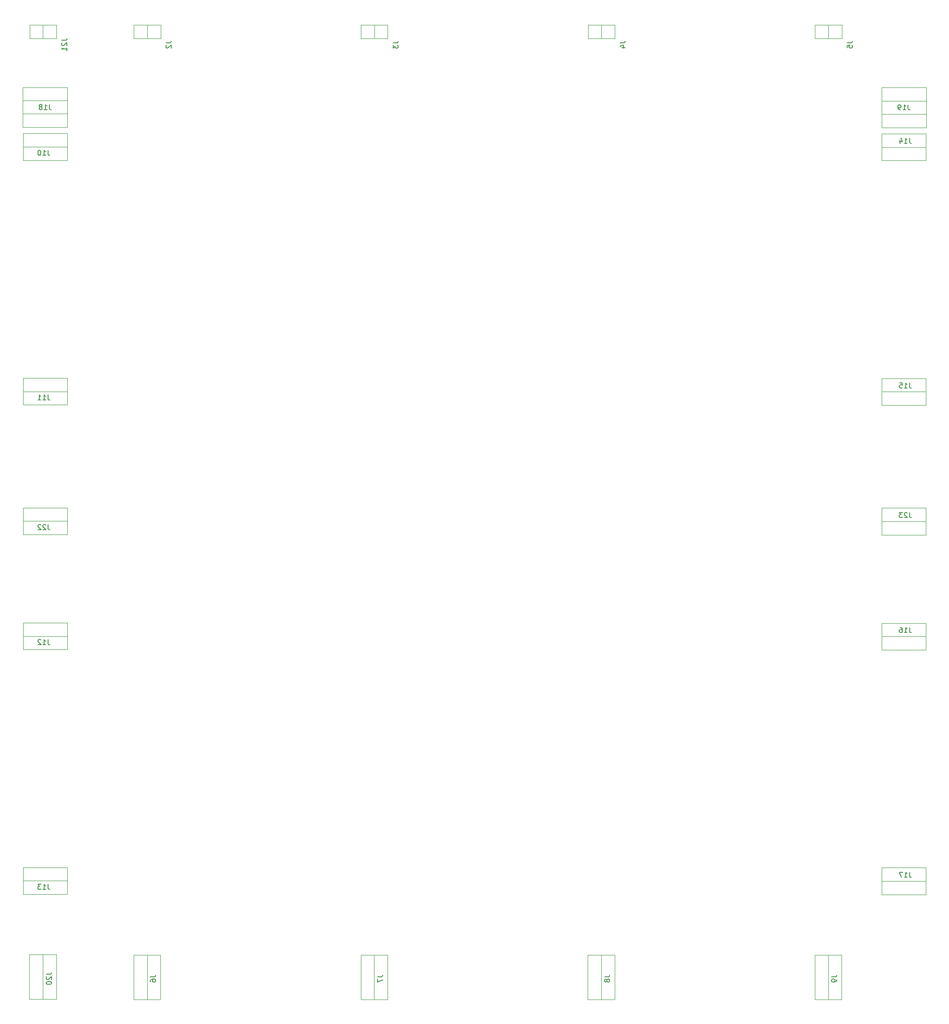
<source format=gbr>
%TF.GenerationSoftware,KiCad,Pcbnew,(6.0.7-1)-1*%
%TF.CreationDate,2022-12-02T15:51:39+01:00*%
%TF.ProjectId,8x8,3878382e-6b69-4636-9164-5f7063625858,rev?*%
%TF.SameCoordinates,Original*%
%TF.FileFunction,Legend,Bot*%
%TF.FilePolarity,Positive*%
%FSLAX46Y46*%
G04 Gerber Fmt 4.6, Leading zero omitted, Abs format (unit mm)*
G04 Created by KiCad (PCBNEW (6.0.7-1)-1) date 2022-12-02 15:51:39*
%MOMM*%
%LPD*%
G01*
G04 APERTURE LIST*
%ADD10C,0.150000*%
%ADD11C,0.120000*%
G04 APERTURE END LIST*
D10*
%TO.C,J7*%
X86202380Y-214246666D02*
X86916666Y-214246666D01*
X87059523Y-214199047D01*
X87154761Y-214103809D01*
X87202380Y-213960952D01*
X87202380Y-213865714D01*
X86202380Y-214627619D02*
X86202380Y-215294285D01*
X87202380Y-214865714D01*
%TO.C,J5*%
X177212380Y-33316666D02*
X177926666Y-33316666D01*
X178069523Y-33269047D01*
X178164761Y-33173809D01*
X178212380Y-33030952D01*
X178212380Y-32935714D01*
X177212380Y-34269047D02*
X177212380Y-33792857D01*
X177688571Y-33745238D01*
X177640952Y-33792857D01*
X177593333Y-33888095D01*
X177593333Y-34126190D01*
X177640952Y-34221428D01*
X177688571Y-34269047D01*
X177783809Y-34316666D01*
X178021904Y-34316666D01*
X178117142Y-34269047D01*
X178164761Y-34221428D01*
X178212380Y-34126190D01*
X178212380Y-33888095D01*
X178164761Y-33792857D01*
X178117142Y-33745238D01*
%TO.C,J8*%
X130202380Y-214246666D02*
X130916666Y-214246666D01*
X131059523Y-214199047D01*
X131154761Y-214103809D01*
X131202380Y-213960952D01*
X131202380Y-213865714D01*
X130630952Y-214865714D02*
X130583333Y-214770476D01*
X130535714Y-214722857D01*
X130440476Y-214675238D01*
X130392857Y-214675238D01*
X130297619Y-214722857D01*
X130250000Y-214770476D01*
X130202380Y-214865714D01*
X130202380Y-215056190D01*
X130250000Y-215151428D01*
X130297619Y-215199047D01*
X130392857Y-215246666D01*
X130440476Y-215246666D01*
X130535714Y-215199047D01*
X130583333Y-215151428D01*
X130630952Y-215056190D01*
X130630952Y-214865714D01*
X130678571Y-214770476D01*
X130726190Y-214722857D01*
X130821428Y-214675238D01*
X131011904Y-214675238D01*
X131107142Y-214722857D01*
X131154761Y-214770476D01*
X131202380Y-214865714D01*
X131202380Y-215056190D01*
X131154761Y-215151428D01*
X131107142Y-215199047D01*
X131011904Y-215246666D01*
X130821428Y-215246666D01*
X130726190Y-215199047D01*
X130678571Y-215151428D01*
X130630952Y-215056190D01*
%TO.C,J19*%
X189019523Y-45297380D02*
X189019523Y-46011666D01*
X189067142Y-46154523D01*
X189162380Y-46249761D01*
X189305238Y-46297380D01*
X189400476Y-46297380D01*
X188019523Y-46297380D02*
X188590952Y-46297380D01*
X188305238Y-46297380D02*
X188305238Y-45297380D01*
X188400476Y-45440238D01*
X188495714Y-45535476D01*
X188590952Y-45583095D01*
X187543333Y-46297380D02*
X187352857Y-46297380D01*
X187257619Y-46249761D01*
X187210000Y-46202142D01*
X187114761Y-46059285D01*
X187067142Y-45868809D01*
X187067142Y-45487857D01*
X187114761Y-45392619D01*
X187162380Y-45345000D01*
X187257619Y-45297380D01*
X187448095Y-45297380D01*
X187543333Y-45345000D01*
X187590952Y-45392619D01*
X187638571Y-45487857D01*
X187638571Y-45725952D01*
X187590952Y-45821190D01*
X187543333Y-45868809D01*
X187448095Y-45916428D01*
X187257619Y-45916428D01*
X187162380Y-45868809D01*
X187114761Y-45821190D01*
X187067142Y-45725952D01*
%TO.C,J23*%
X189289523Y-124282380D02*
X189289523Y-124996666D01*
X189337142Y-125139523D01*
X189432380Y-125234761D01*
X189575238Y-125282380D01*
X189670476Y-125282380D01*
X188860952Y-124377619D02*
X188813333Y-124330000D01*
X188718095Y-124282380D01*
X188480000Y-124282380D01*
X188384761Y-124330000D01*
X188337142Y-124377619D01*
X188289523Y-124472857D01*
X188289523Y-124568095D01*
X188337142Y-124710952D01*
X188908571Y-125282380D01*
X188289523Y-125282380D01*
X187956190Y-124282380D02*
X187337142Y-124282380D01*
X187670476Y-124663333D01*
X187527619Y-124663333D01*
X187432380Y-124710952D01*
X187384761Y-124758571D01*
X187337142Y-124853809D01*
X187337142Y-125091904D01*
X187384761Y-125187142D01*
X187432380Y-125234761D01*
X187527619Y-125282380D01*
X187813333Y-125282380D01*
X187908571Y-125234761D01*
X187956190Y-125187142D01*
%TO.C,J15*%
X189289523Y-99162380D02*
X189289523Y-99876666D01*
X189337142Y-100019523D01*
X189432380Y-100114761D01*
X189575238Y-100162380D01*
X189670476Y-100162380D01*
X188289523Y-100162380D02*
X188860952Y-100162380D01*
X188575238Y-100162380D02*
X188575238Y-99162380D01*
X188670476Y-99305238D01*
X188765714Y-99400476D01*
X188860952Y-99448095D01*
X187384761Y-99162380D02*
X187860952Y-99162380D01*
X187908571Y-99638571D01*
X187860952Y-99590952D01*
X187765714Y-99543333D01*
X187527619Y-99543333D01*
X187432380Y-99590952D01*
X187384761Y-99638571D01*
X187337142Y-99733809D01*
X187337142Y-99971904D01*
X187384761Y-100067142D01*
X187432380Y-100114761D01*
X187527619Y-100162380D01*
X187765714Y-100162380D01*
X187860952Y-100114761D01*
X187908571Y-100067142D01*
%TO.C,J4*%
X133212380Y-33316666D02*
X133926666Y-33316666D01*
X134069523Y-33269047D01*
X134164761Y-33173809D01*
X134212380Y-33030952D01*
X134212380Y-32935714D01*
X133545714Y-34221428D02*
X134212380Y-34221428D01*
X133164761Y-33983333D02*
X133879047Y-33745238D01*
X133879047Y-34364285D01*
%TO.C,J21*%
X25012380Y-32840476D02*
X25726666Y-32840476D01*
X25869523Y-32792857D01*
X25964761Y-32697619D01*
X26012380Y-32554761D01*
X26012380Y-32459523D01*
X25107619Y-33269047D02*
X25060000Y-33316666D01*
X25012380Y-33411904D01*
X25012380Y-33650000D01*
X25060000Y-33745238D01*
X25107619Y-33792857D01*
X25202857Y-33840476D01*
X25298095Y-33840476D01*
X25440952Y-33792857D01*
X26012380Y-33221428D01*
X26012380Y-33840476D01*
X26012380Y-34792857D02*
X26012380Y-34221428D01*
X26012380Y-34507142D02*
X25012380Y-34507142D01*
X25155238Y-34411904D01*
X25250476Y-34316666D01*
X25298095Y-34221428D01*
%TO.C,J10*%
X22329523Y-54102380D02*
X22329523Y-54816666D01*
X22377142Y-54959523D01*
X22472380Y-55054761D01*
X22615238Y-55102380D01*
X22710476Y-55102380D01*
X21329523Y-55102380D02*
X21900952Y-55102380D01*
X21615238Y-55102380D02*
X21615238Y-54102380D01*
X21710476Y-54245238D01*
X21805714Y-54340476D01*
X21900952Y-54388095D01*
X20710476Y-54102380D02*
X20615238Y-54102380D01*
X20520000Y-54150000D01*
X20472380Y-54197619D01*
X20424761Y-54292857D01*
X20377142Y-54483333D01*
X20377142Y-54721428D01*
X20424761Y-54911904D01*
X20472380Y-55007142D01*
X20520000Y-55054761D01*
X20615238Y-55102380D01*
X20710476Y-55102380D01*
X20805714Y-55054761D01*
X20853333Y-55007142D01*
X20900952Y-54911904D01*
X20948571Y-54721428D01*
X20948571Y-54483333D01*
X20900952Y-54292857D01*
X20853333Y-54197619D01*
X20805714Y-54150000D01*
X20710476Y-54102380D01*
%TO.C,J2*%
X45212380Y-33316666D02*
X45926666Y-33316666D01*
X46069523Y-33269047D01*
X46164761Y-33173809D01*
X46212380Y-33030952D01*
X46212380Y-32935714D01*
X45307619Y-33745238D02*
X45260000Y-33792857D01*
X45212380Y-33888095D01*
X45212380Y-34126190D01*
X45260000Y-34221428D01*
X45307619Y-34269047D01*
X45402857Y-34316666D01*
X45498095Y-34316666D01*
X45640952Y-34269047D01*
X46212380Y-33697619D01*
X46212380Y-34316666D01*
%TO.C,J16*%
X189289523Y-146562380D02*
X189289523Y-147276666D01*
X189337142Y-147419523D01*
X189432380Y-147514761D01*
X189575238Y-147562380D01*
X189670476Y-147562380D01*
X188289523Y-147562380D02*
X188860952Y-147562380D01*
X188575238Y-147562380D02*
X188575238Y-146562380D01*
X188670476Y-146705238D01*
X188765714Y-146800476D01*
X188860952Y-146848095D01*
X187432380Y-146562380D02*
X187622857Y-146562380D01*
X187718095Y-146610000D01*
X187765714Y-146657619D01*
X187860952Y-146800476D01*
X187908571Y-146990952D01*
X187908571Y-147371904D01*
X187860952Y-147467142D01*
X187813333Y-147514761D01*
X187718095Y-147562380D01*
X187527619Y-147562380D01*
X187432380Y-147514761D01*
X187384761Y-147467142D01*
X187337142Y-147371904D01*
X187337142Y-147133809D01*
X187384761Y-147038571D01*
X187432380Y-146990952D01*
X187527619Y-146943333D01*
X187718095Y-146943333D01*
X187813333Y-146990952D01*
X187860952Y-147038571D01*
X187908571Y-147133809D01*
%TO.C,J11*%
X22329523Y-101502380D02*
X22329523Y-102216666D01*
X22377142Y-102359523D01*
X22472380Y-102454761D01*
X22615238Y-102502380D01*
X22710476Y-102502380D01*
X21329523Y-102502380D02*
X21900952Y-102502380D01*
X21615238Y-102502380D02*
X21615238Y-101502380D01*
X21710476Y-101645238D01*
X21805714Y-101740476D01*
X21900952Y-101788095D01*
X20377142Y-102502380D02*
X20948571Y-102502380D01*
X20662857Y-102502380D02*
X20662857Y-101502380D01*
X20758095Y-101645238D01*
X20853333Y-101740476D01*
X20948571Y-101788095D01*
%TO.C,J6*%
X42202380Y-214246666D02*
X42916666Y-214246666D01*
X43059523Y-214199047D01*
X43154761Y-214103809D01*
X43202380Y-213960952D01*
X43202380Y-213865714D01*
X42202380Y-215151428D02*
X42202380Y-214960952D01*
X42250000Y-214865714D01*
X42297619Y-214818095D01*
X42440476Y-214722857D01*
X42630952Y-214675238D01*
X43011904Y-214675238D01*
X43107142Y-214722857D01*
X43154761Y-214770476D01*
X43202380Y-214865714D01*
X43202380Y-215056190D01*
X43154761Y-215151428D01*
X43107142Y-215199047D01*
X43011904Y-215246666D01*
X42773809Y-215246666D01*
X42678571Y-215199047D01*
X42630952Y-215151428D01*
X42583333Y-215056190D01*
X42583333Y-214865714D01*
X42630952Y-214770476D01*
X42678571Y-214722857D01*
X42773809Y-214675238D01*
%TO.C,J22*%
X22329523Y-126622380D02*
X22329523Y-127336666D01*
X22377142Y-127479523D01*
X22472380Y-127574761D01*
X22615238Y-127622380D01*
X22710476Y-127622380D01*
X21900952Y-126717619D02*
X21853333Y-126670000D01*
X21758095Y-126622380D01*
X21520000Y-126622380D01*
X21424761Y-126670000D01*
X21377142Y-126717619D01*
X21329523Y-126812857D01*
X21329523Y-126908095D01*
X21377142Y-127050952D01*
X21948571Y-127622380D01*
X21329523Y-127622380D01*
X20948571Y-126717619D02*
X20900952Y-126670000D01*
X20805714Y-126622380D01*
X20567619Y-126622380D01*
X20472380Y-126670000D01*
X20424761Y-126717619D01*
X20377142Y-126812857D01*
X20377142Y-126908095D01*
X20424761Y-127050952D01*
X20996190Y-127622380D01*
X20377142Y-127622380D01*
%TO.C,J17*%
X189289523Y-193962380D02*
X189289523Y-194676666D01*
X189337142Y-194819523D01*
X189432380Y-194914761D01*
X189575238Y-194962380D01*
X189670476Y-194962380D01*
X188289523Y-194962380D02*
X188860952Y-194962380D01*
X188575238Y-194962380D02*
X188575238Y-193962380D01*
X188670476Y-194105238D01*
X188765714Y-194200476D01*
X188860952Y-194248095D01*
X187956190Y-193962380D02*
X187289523Y-193962380D01*
X187718095Y-194962380D01*
%TO.C,J18*%
X22599523Y-45237380D02*
X22599523Y-45951666D01*
X22647142Y-46094523D01*
X22742380Y-46189761D01*
X22885238Y-46237380D01*
X22980476Y-46237380D01*
X21599523Y-46237380D02*
X22170952Y-46237380D01*
X21885238Y-46237380D02*
X21885238Y-45237380D01*
X21980476Y-45380238D01*
X22075714Y-45475476D01*
X22170952Y-45523095D01*
X21028095Y-45665952D02*
X21123333Y-45618333D01*
X21170952Y-45570714D01*
X21218571Y-45475476D01*
X21218571Y-45427857D01*
X21170952Y-45332619D01*
X21123333Y-45285000D01*
X21028095Y-45237380D01*
X20837619Y-45237380D01*
X20742380Y-45285000D01*
X20694761Y-45332619D01*
X20647142Y-45427857D01*
X20647142Y-45475476D01*
X20694761Y-45570714D01*
X20742380Y-45618333D01*
X20837619Y-45665952D01*
X21028095Y-45665952D01*
X21123333Y-45713571D01*
X21170952Y-45761190D01*
X21218571Y-45856428D01*
X21218571Y-46046904D01*
X21170952Y-46142142D01*
X21123333Y-46189761D01*
X21028095Y-46237380D01*
X20837619Y-46237380D01*
X20742380Y-46189761D01*
X20694761Y-46142142D01*
X20647142Y-46046904D01*
X20647142Y-45856428D01*
X20694761Y-45761190D01*
X20742380Y-45713571D01*
X20837619Y-45665952D01*
%TO.C,J3*%
X89212380Y-33316666D02*
X89926666Y-33316666D01*
X90069523Y-33269047D01*
X90164761Y-33173809D01*
X90212380Y-33030952D01*
X90212380Y-32935714D01*
X89212380Y-33697619D02*
X89212380Y-34316666D01*
X89593333Y-33983333D01*
X89593333Y-34126190D01*
X89640952Y-34221428D01*
X89688571Y-34269047D01*
X89783809Y-34316666D01*
X90021904Y-34316666D01*
X90117142Y-34269047D01*
X90164761Y-34221428D01*
X90212380Y-34126190D01*
X90212380Y-33840476D01*
X90164761Y-33745238D01*
X90117142Y-33697619D01*
%TO.C,J12*%
X22329523Y-148902380D02*
X22329523Y-149616666D01*
X22377142Y-149759523D01*
X22472380Y-149854761D01*
X22615238Y-149902380D01*
X22710476Y-149902380D01*
X21329523Y-149902380D02*
X21900952Y-149902380D01*
X21615238Y-149902380D02*
X21615238Y-148902380D01*
X21710476Y-149045238D01*
X21805714Y-149140476D01*
X21900952Y-149188095D01*
X20948571Y-148997619D02*
X20900952Y-148950000D01*
X20805714Y-148902380D01*
X20567619Y-148902380D01*
X20472380Y-148950000D01*
X20424761Y-148997619D01*
X20377142Y-149092857D01*
X20377142Y-149188095D01*
X20424761Y-149330952D01*
X20996190Y-149902380D01*
X20377142Y-149902380D01*
%TO.C,J9*%
X174202380Y-214246666D02*
X174916666Y-214246666D01*
X175059523Y-214199047D01*
X175154761Y-214103809D01*
X175202380Y-213960952D01*
X175202380Y-213865714D01*
X175202380Y-214770476D02*
X175202380Y-214960952D01*
X175154761Y-215056190D01*
X175107142Y-215103809D01*
X174964285Y-215199047D01*
X174773809Y-215246666D01*
X174392857Y-215246666D01*
X174297619Y-215199047D01*
X174250000Y-215151428D01*
X174202380Y-215056190D01*
X174202380Y-214865714D01*
X174250000Y-214770476D01*
X174297619Y-214722857D01*
X174392857Y-214675238D01*
X174630952Y-214675238D01*
X174726190Y-214722857D01*
X174773809Y-214770476D01*
X174821428Y-214865714D01*
X174821428Y-215056190D01*
X174773809Y-215151428D01*
X174726190Y-215199047D01*
X174630952Y-215246666D01*
%TO.C,J14*%
X189289523Y-51762380D02*
X189289523Y-52476666D01*
X189337142Y-52619523D01*
X189432380Y-52714761D01*
X189575238Y-52762380D01*
X189670476Y-52762380D01*
X188289523Y-52762380D02*
X188860952Y-52762380D01*
X188575238Y-52762380D02*
X188575238Y-51762380D01*
X188670476Y-51905238D01*
X188765714Y-52000476D01*
X188860952Y-52048095D01*
X187432380Y-52095714D02*
X187432380Y-52762380D01*
X187670476Y-51714761D02*
X187908571Y-52429047D01*
X187289523Y-52429047D01*
%TO.C,J13*%
X22329523Y-196302380D02*
X22329523Y-197016666D01*
X22377142Y-197159523D01*
X22472380Y-197254761D01*
X22615238Y-197302380D01*
X22710476Y-197302380D01*
X21329523Y-197302380D02*
X21900952Y-197302380D01*
X21615238Y-197302380D02*
X21615238Y-196302380D01*
X21710476Y-196445238D01*
X21805714Y-196540476D01*
X21900952Y-196588095D01*
X20996190Y-196302380D02*
X20377142Y-196302380D01*
X20710476Y-196683333D01*
X20567619Y-196683333D01*
X20472380Y-196730952D01*
X20424761Y-196778571D01*
X20377142Y-196873809D01*
X20377142Y-197111904D01*
X20424761Y-197207142D01*
X20472380Y-197254761D01*
X20567619Y-197302380D01*
X20853333Y-197302380D01*
X20948571Y-197254761D01*
X20996190Y-197207142D01*
%TO.C,J20*%
X22002380Y-213760476D02*
X22716666Y-213760476D01*
X22859523Y-213712857D01*
X22954761Y-213617619D01*
X23002380Y-213474761D01*
X23002380Y-213379523D01*
X22097619Y-214189047D02*
X22050000Y-214236666D01*
X22002380Y-214331904D01*
X22002380Y-214570000D01*
X22050000Y-214665238D01*
X22097619Y-214712857D01*
X22192857Y-214760476D01*
X22288095Y-214760476D01*
X22430952Y-214712857D01*
X23002380Y-214141428D01*
X23002380Y-214760476D01*
X22002380Y-215379523D02*
X22002380Y-215474761D01*
X22050000Y-215570000D01*
X22097619Y-215617619D01*
X22192857Y-215665238D01*
X22383333Y-215712857D01*
X22621428Y-215712857D01*
X22811904Y-215665238D01*
X22907142Y-215617619D01*
X22954761Y-215570000D01*
X23002380Y-215474761D01*
X23002380Y-215379523D01*
X22954761Y-215284285D01*
X22907142Y-215236666D01*
X22811904Y-215189047D01*
X22621428Y-215141428D01*
X22383333Y-215141428D01*
X22192857Y-215189047D01*
X22097619Y-215236666D01*
X22050000Y-215284285D01*
X22002380Y-215379523D01*
D11*
%TO.C,J7*%
X88150000Y-209970000D02*
X82950000Y-209970000D01*
X82950000Y-218600000D02*
X82950000Y-209970000D01*
X88150000Y-218600000D02*
X82950000Y-218600000D01*
X85550000Y-218600000D02*
X85550000Y-209970000D01*
X88150000Y-218600000D02*
X88150000Y-209970000D01*
%TO.C,J5*%
X176180000Y-29810000D02*
X176180000Y-32470000D01*
X170980000Y-32470000D02*
X170980000Y-29810000D01*
X170980000Y-29810000D02*
X176180000Y-29810000D01*
X176180000Y-32470000D02*
X170980000Y-32470000D01*
X173580000Y-32470000D02*
X173580000Y-29810000D01*
%TO.C,J8*%
X132150000Y-218600000D02*
X126950000Y-218600000D01*
X129550000Y-218600000D02*
X129550000Y-209970000D01*
X132150000Y-218600000D02*
X132150000Y-209970000D01*
X132150000Y-209970000D02*
X126950000Y-209970000D01*
X126950000Y-218600000D02*
X126950000Y-209970000D01*
%TO.C,J19*%
X192510000Y-41985000D02*
X192510000Y-49725000D01*
X192510000Y-41985000D02*
X183880000Y-41985000D01*
X183880000Y-41985000D02*
X183880000Y-49725000D01*
X192510000Y-49725000D02*
X183880000Y-49725000D01*
X192510000Y-44585000D02*
X183880000Y-44585000D01*
X192510000Y-47125000D02*
X183880000Y-47125000D01*
%TO.C,J23*%
X192500000Y-126030000D02*
X183870000Y-126030000D01*
X192500000Y-123430000D02*
X183870000Y-123430000D01*
X183870000Y-123430000D02*
X183870000Y-128630000D01*
X192500000Y-123430000D02*
X192500000Y-128630000D01*
X192500000Y-128630000D02*
X183870000Y-128630000D01*
%TO.C,J15*%
X192500000Y-98310000D02*
X192500000Y-103510000D01*
X183870000Y-98310000D02*
X183870000Y-103510000D01*
X192500000Y-98310000D02*
X183870000Y-98310000D01*
X192500000Y-100910000D02*
X183870000Y-100910000D01*
X192500000Y-103510000D02*
X183870000Y-103510000D01*
%TO.C,J4*%
X132180000Y-32470000D02*
X126980000Y-32470000D01*
X126980000Y-29810000D02*
X132180000Y-29810000D01*
X126980000Y-32470000D02*
X126980000Y-29810000D01*
X132180000Y-29810000D02*
X132180000Y-32470000D01*
X129580000Y-32470000D02*
X129580000Y-29810000D01*
%TO.C,J21*%
X21380000Y-32470000D02*
X21380000Y-29810000D01*
X23980000Y-29810000D02*
X23980000Y-32470000D01*
X18780000Y-32470000D02*
X18780000Y-29810000D01*
X18780000Y-29810000D02*
X23980000Y-29810000D01*
X23980000Y-32470000D02*
X18780000Y-32470000D01*
%TO.C,J10*%
X17500000Y-56050000D02*
X26130000Y-56050000D01*
X17500000Y-56050000D02*
X17500000Y-50850000D01*
X26130000Y-56050000D02*
X26130000Y-50850000D01*
X17500000Y-53450000D02*
X26130000Y-53450000D01*
X17500000Y-50850000D02*
X26130000Y-50850000D01*
%TO.C,J2*%
X41580000Y-32470000D02*
X41580000Y-29810000D01*
X44180000Y-32470000D02*
X38980000Y-32470000D01*
X44180000Y-29810000D02*
X44180000Y-32470000D01*
X38980000Y-29810000D02*
X44180000Y-29810000D01*
X38980000Y-32470000D02*
X38980000Y-29810000D01*
%TO.C,J16*%
X192500000Y-145710000D02*
X192500000Y-150910000D01*
X192500000Y-148310000D02*
X183870000Y-148310000D01*
X192500000Y-150910000D02*
X183870000Y-150910000D01*
X192500000Y-145710000D02*
X183870000Y-145710000D01*
X183870000Y-145710000D02*
X183870000Y-150910000D01*
%TO.C,J11*%
X17500000Y-98250000D02*
X26130000Y-98250000D01*
X17500000Y-103450000D02*
X17500000Y-98250000D01*
X17500000Y-100850000D02*
X26130000Y-100850000D01*
X26130000Y-103450000D02*
X26130000Y-98250000D01*
X17500000Y-103450000D02*
X26130000Y-103450000D01*
%TO.C,J6*%
X44150000Y-218600000D02*
X38950000Y-218600000D01*
X41550000Y-218600000D02*
X41550000Y-209970000D01*
X38950000Y-218600000D02*
X38950000Y-209970000D01*
X44150000Y-218600000D02*
X44150000Y-209970000D01*
X44150000Y-209970000D02*
X38950000Y-209970000D01*
%TO.C,J22*%
X17500000Y-128570000D02*
X17500000Y-123370000D01*
X17500000Y-125970000D02*
X26130000Y-125970000D01*
X17500000Y-128570000D02*
X26130000Y-128570000D01*
X26130000Y-128570000D02*
X26130000Y-123370000D01*
X17500000Y-123370000D02*
X26130000Y-123370000D01*
%TO.C,J17*%
X192500000Y-198310000D02*
X183870000Y-198310000D01*
X192500000Y-193110000D02*
X192500000Y-198310000D01*
X183870000Y-193110000D02*
X183870000Y-198310000D01*
X192500000Y-193110000D02*
X183870000Y-193110000D01*
X192500000Y-195710000D02*
X183870000Y-195710000D01*
%TO.C,J18*%
X17490000Y-41905000D02*
X26120000Y-41905000D01*
X17490000Y-49645000D02*
X17490000Y-41905000D01*
X17490000Y-47045000D02*
X26120000Y-47045000D01*
X17490000Y-49645000D02*
X26120000Y-49645000D01*
X26120000Y-49645000D02*
X26120000Y-41905000D01*
X17490000Y-44505000D02*
X26120000Y-44505000D01*
%TO.C,J3*%
X82980000Y-32470000D02*
X82980000Y-29810000D01*
X88180000Y-32470000D02*
X82980000Y-32470000D01*
X85580000Y-32470000D02*
X85580000Y-29810000D01*
X82980000Y-29810000D02*
X88180000Y-29810000D01*
X88180000Y-29810000D02*
X88180000Y-32470000D01*
%TO.C,J12*%
X17500000Y-150850000D02*
X17500000Y-145650000D01*
X17500000Y-145650000D02*
X26130000Y-145650000D01*
X26130000Y-150850000D02*
X26130000Y-145650000D01*
X17500000Y-150850000D02*
X26130000Y-150850000D01*
X17500000Y-148250000D02*
X26130000Y-148250000D01*
%TO.C,J9*%
X170950000Y-218600000D02*
X170950000Y-209970000D01*
X176150000Y-209970000D02*
X170950000Y-209970000D01*
X173550000Y-218600000D02*
X173550000Y-209970000D01*
X176150000Y-218600000D02*
X170950000Y-218600000D01*
X176150000Y-218600000D02*
X176150000Y-209970000D01*
%TO.C,J14*%
X192500000Y-53510000D02*
X183870000Y-53510000D01*
X192500000Y-56110000D02*
X183870000Y-56110000D01*
X183870000Y-50910000D02*
X183870000Y-56110000D01*
X192500000Y-50910000D02*
X183870000Y-50910000D01*
X192500000Y-50910000D02*
X192500000Y-56110000D01*
%TO.C,J13*%
X26130000Y-198250000D02*
X26130000Y-193050000D01*
X17500000Y-193050000D02*
X26130000Y-193050000D01*
X17500000Y-195650000D02*
X26130000Y-195650000D01*
X17500000Y-198250000D02*
X26130000Y-198250000D01*
X17500000Y-198250000D02*
X17500000Y-193050000D01*
%TO.C,J20*%
X18750000Y-218590000D02*
X18750000Y-209960000D01*
X23950000Y-218590000D02*
X23950000Y-209960000D01*
X21350000Y-218590000D02*
X21350000Y-209960000D01*
X23950000Y-218590000D02*
X18750000Y-218590000D01*
X23950000Y-209960000D02*
X18750000Y-209960000D01*
%TD*%
M02*

</source>
